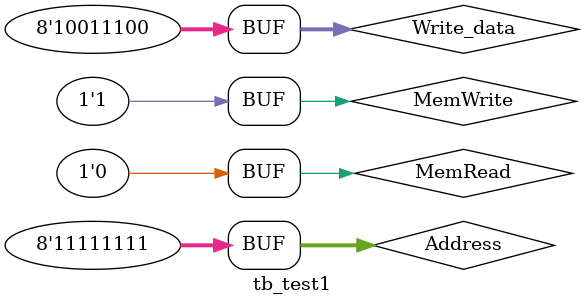
<source format=v>
`timescale 1ns / 1ps


module tb_test1;

	// Inputs
	reg MemRead;
	reg MemWrite;
	reg [7:0] Address;
	reg [7:0] Write_data;

	// Outputs
	wire [7:0] Read_data;

	// Instantiate the Unit Under Test (UUT)
	Data_Mem uut (
		.MemRead(MemRead), 
		.MemWrite(MemWrite), 
		.Address(Address), 
		.Write_data(Write_data), 
		.Read_data(Read_data)
	);

	initial begin
		// Initialize Inputs
		MemRead = 0;
		MemWrite = 0;
		Address = 0;
		Write_data = 0;
		#100;
        
		  
		MemRead = 0;
		MemWrite = 1;
		Address = 255;
		Write_data = 156;
		#100;
		// Add stimulus here

	end
      
endmodule


</source>
